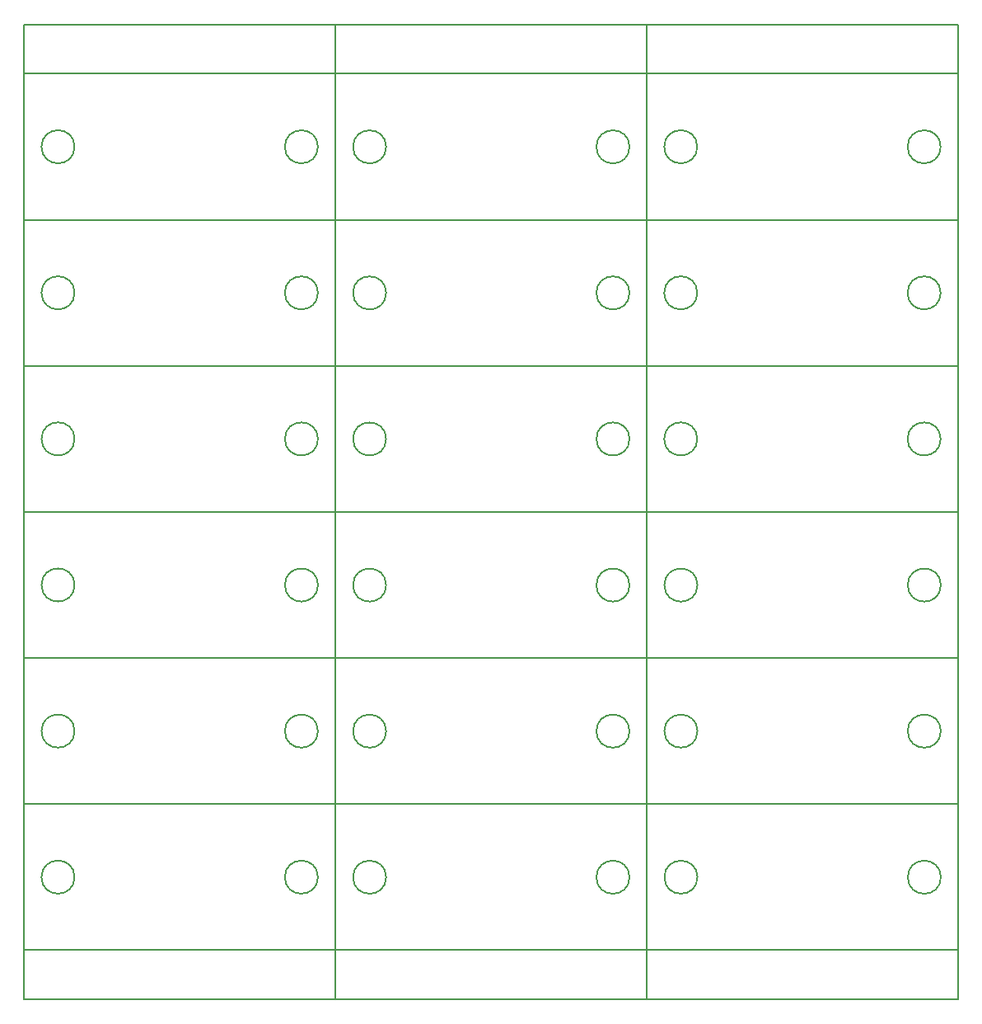
<source format=gbr>
%TF.GenerationSoftware,KiCad,Pcbnew,5.1.6-c6e7f7d~86~ubuntu18.04.1*%
%TF.CreationDate,2020-06-23T16:20:56-03:00*%
%TF.ProjectId,irStrip,69725374-7269-4702-9e6b-696361645f70,Rev. 1*%
%TF.SameCoordinates,Original*%
%TF.FileFunction,Profile,NP*%
%FSLAX46Y46*%
G04 Gerber Fmt 4.6, Leading zero omitted, Abs format (unit mm)*
G04 Created by KiCad (PCBNEW 5.1.6-c6e7f7d~86~ubuntu18.04.1) date 2020-06-23 16:20:56*
%MOMM*%
%LPD*%
G01*
G04 APERTURE LIST*
%TA.AperFunction,Profile*%
%ADD10C,0.150000*%
%TD*%
G04 APERTURE END LIST*
D10*
X194602700Y-51900000D02*
X98602700Y-51900000D01*
X194602700Y-151900000D02*
X98602700Y-151900000D01*
X192813600Y-139403600D02*
G75*
G03*
X192813600Y-139403600I-1700000J0D01*
G01*
X167801800Y-139402400D02*
G75*
G03*
X167801800Y-139402400I-1700000J0D01*
G01*
X192813600Y-124403600D02*
G75*
G03*
X192813600Y-124403600I-1700000J0D01*
G01*
X167801800Y-124402400D02*
G75*
G03*
X167801800Y-124402400I-1700000J0D01*
G01*
X192813600Y-109403600D02*
G75*
G03*
X192813600Y-109403600I-1700000J0D01*
G01*
X167801800Y-109402400D02*
G75*
G03*
X167801800Y-109402400I-1700000J0D01*
G01*
X192795500Y-94397600D02*
G75*
G03*
X192795500Y-94397600I-1700000J0D01*
G01*
X167783700Y-94396400D02*
G75*
G03*
X167783700Y-94396400I-1700000J0D01*
G01*
X192795500Y-79397600D02*
G75*
G03*
X192795500Y-79397600I-1700000J0D01*
G01*
X167783700Y-79396400D02*
G75*
G03*
X167783700Y-79396400I-1700000J0D01*
G01*
X192795500Y-64397600D02*
G75*
G03*
X192795500Y-64397600I-1700000J0D01*
G01*
X194600000Y-151900000D02*
X194600000Y-51900000D01*
X167783700Y-64396400D02*
G75*
G03*
X167783700Y-64396400I-1700000J0D01*
G01*
X194602700Y-146900000D02*
X98602700Y-146900000D01*
X135804500Y-139402400D02*
G75*
G03*
X135804500Y-139402400I-1700000J0D01*
G01*
X160816300Y-139403600D02*
G75*
G03*
X160816300Y-139403600I-1700000J0D01*
G01*
X103786400Y-139396400D02*
G75*
G03*
X103786400Y-139396400I-1700000J0D01*
G01*
X128798200Y-139397600D02*
G75*
G03*
X128798200Y-139397600I-1700000J0D01*
G01*
X194602700Y-131900000D02*
X98602700Y-131900000D01*
X135804500Y-124402400D02*
G75*
G03*
X135804500Y-124402400I-1700000J0D01*
G01*
X160816300Y-124403600D02*
G75*
G03*
X160816300Y-124403600I-1700000J0D01*
G01*
X103786400Y-124396400D02*
G75*
G03*
X103786400Y-124396400I-1700000J0D01*
G01*
X128798200Y-124397600D02*
G75*
G03*
X128798200Y-124397600I-1700000J0D01*
G01*
X194602700Y-116900000D02*
X98602700Y-116900000D01*
X135804500Y-109402400D02*
G75*
G03*
X135804500Y-109402400I-1700000J0D01*
G01*
X160816300Y-109403600D02*
G75*
G03*
X160816300Y-109403600I-1700000J0D01*
G01*
X103786400Y-109396400D02*
G75*
G03*
X103786400Y-109396400I-1700000J0D01*
G01*
X128798200Y-109397600D02*
G75*
G03*
X128798200Y-109397600I-1700000J0D01*
G01*
X194602700Y-101900000D02*
X98602700Y-101900000D01*
X135804500Y-94402400D02*
G75*
G03*
X135804500Y-94402400I-1700000J0D01*
G01*
X160816300Y-94403600D02*
G75*
G03*
X160816300Y-94403600I-1700000J0D01*
G01*
X103786400Y-94396400D02*
G75*
G03*
X103786400Y-94396400I-1700000J0D01*
G01*
X128798200Y-94397600D02*
G75*
G03*
X128798200Y-94397600I-1700000J0D01*
G01*
X194602700Y-86900000D02*
X98602700Y-86900000D01*
X135804500Y-79402400D02*
G75*
G03*
X135804500Y-79402400I-1700000J0D01*
G01*
X160816300Y-79403600D02*
G75*
G03*
X160816300Y-79403600I-1700000J0D01*
G01*
X103786400Y-79396400D02*
G75*
G03*
X103786400Y-79396400I-1700000J0D01*
G01*
X128798200Y-79397600D02*
G75*
G03*
X128798200Y-79397600I-1700000J0D01*
G01*
X135804500Y-64402400D02*
G75*
G03*
X135804500Y-64402400I-1700000J0D01*
G01*
X160816300Y-64403600D02*
G75*
G03*
X160816300Y-64403600I-1700000J0D01*
G01*
X162600000Y-51900000D02*
X162600000Y-151900000D01*
X130602700Y-151900000D02*
X130602700Y-51900000D01*
X103786400Y-64396400D02*
G75*
G03*
X103786400Y-64396400I-1700000J0D01*
G01*
X128798200Y-64397600D02*
G75*
G03*
X128798200Y-64397600I-1700000J0D01*
G01*
X194602700Y-71900000D02*
X98602700Y-71900000D01*
X194602700Y-56900000D02*
X98602700Y-56900000D01*
X98602700Y-151900000D02*
X98602700Y-51900000D01*
M02*

</source>
